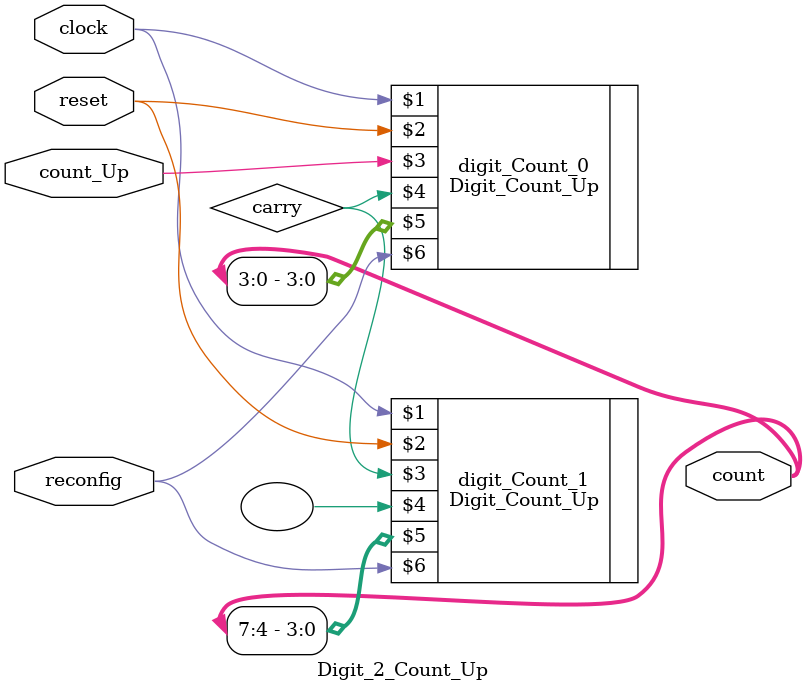
<source format=v>

module Digit_2_Count_Up(clock, reset, count_Up, reconfig, count);
	input clock, reset, count_Up, reconfig;
	
	output [7:0] count;
	wire carry;
	
	Digit_Count_Up digit_Count_0(clock, reset, count_Up, carry, count[3:0], reconfig);
	Digit_Count_Up digit_Count_1(clock, reset, carry, , count[7:4], reconfig);
	
endmodule
</source>
